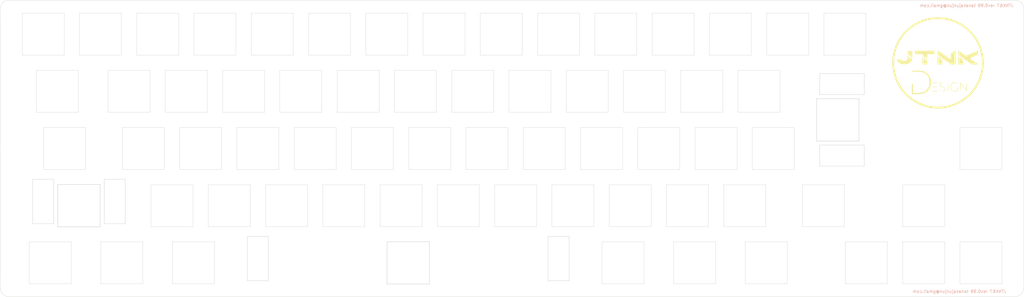
<source format=kicad_pcb>
(kicad_pcb (version 20171130) (host pcbnew "(5.1.12)-1")

  (general
    (thickness 1.6)
    (drawings 266)
    (tracks 0)
    (zones 0)
    (modules 14)
    (nets 1)
  )

  (page A3)
  (layers
    (0 F.Cu signal hide)
    (31 B.Cu signal hide)
    (32 B.Adhes user hide)
    (33 F.Adhes user hide)
    (34 B.Paste user hide)
    (35 F.Paste user hide)
    (36 B.SilkS user hide)
    (37 F.SilkS user hide)
    (38 B.Mask user hide)
    (39 F.Mask user hide)
    (40 Dwgs.User user hide)
    (41 Cmts.User user hide)
    (42 Eco1.User user hide)
    (43 Eco2.User user hide)
    (44 Edge.Cuts user)
    (45 Margin user hide)
    (46 B.CrtYd user hide)
    (47 F.CrtYd user hide)
    (48 B.Fab user hide)
    (49 F.Fab user hide)
  )

  (setup
    (last_trace_width 0.25)
    (user_trace_width 0.5)
    (user_trace_width 0.5)
    (trace_clearance 0.2)
    (zone_clearance 0.508)
    (zone_45_only no)
    (trace_min 0.2)
    (via_size 0.8)
    (via_drill 0.4)
    (via_min_size 0.4)
    (via_min_drill 0.3)
    (uvia_size 0.3)
    (uvia_drill 0.1)
    (uvias_allowed no)
    (uvia_min_size 0.2)
    (uvia_min_drill 0.1)
    (edge_width 0.1)
    (segment_width 0.2)
    (pcb_text_width 0.3)
    (pcb_text_size 1.5 1.5)
    (mod_edge_width 0.15)
    (mod_text_size 1 1)
    (mod_text_width 0.15)
    (pad_size 2.2 2.2)
    (pad_drill 2.2)
    (pad_to_mask_clearance 0)
    (aux_axis_origin 0 0)
    (visible_elements 7FFFFFFF)
    (pcbplotparams
      (layerselection 0x00020_7ffffffe)
      (usegerberextensions true)
      (usegerberattributes false)
      (usegerberadvancedattributes false)
      (creategerberjobfile false)
      (excludeedgelayer true)
      (linewidth 0.100000)
      (plotframeref false)
      (viasonmask false)
      (mode 1)
      (useauxorigin false)
      (hpglpennumber 1)
      (hpglpenspeed 20)
      (hpglpendiameter 15.000000)
      (psnegative false)
      (psa4output false)
      (plotreference true)
      (plotvalue true)
      (plotinvisibletext false)
      (padsonsilk false)
      (subtractmaskfromsilk false)
      (outputformat 3)
      (mirror false)
      (drillshape 0)
      (scaleselection 1)
      (outputdirectory "../cutData/"))
  )

  (net 0 "")

  (net_class Default "これはデフォルトのネット クラスです。"
    (clearance 0.2)
    (trace_width 0.25)
    (via_dia 0.8)
    (via_drill 0.4)
    (uvia_dia 0.3)
    (uvia_drill 0.1)
  )

  (module 02_Assemble:logo2 (layer F.Cu) (tedit 0) (tstamp 63B830A7)
    (at 326.23125 38.1)
    (fp_text reference G*** (at 0 0) (layer F.SilkS) hide
      (effects (font (size 1.524 1.524) (thickness 0.3)))
    )
    (fp_text value LOGO (at 0.75 0) (layer F.SilkS) hide
      (effects (font (size 1.524 1.524) (thickness 0.3)))
    )
    (fp_poly (pts (xy 0.65935 -15.110893) (xy 1.183581 -15.103027) (xy 1.606875 -15.08708) (xy 1.963409 -15.060734)
      (xy 2.287364 -15.02167) (xy 2.61292 -14.967566) (xy 2.864594 -14.918586) (xy 4.451143 -14.511293)
      (xy 5.984482 -13.94365) (xy 7.460513 -13.21736) (xy 8.551333 -12.553789) (xy 9.140037 -12.12503)
      (xy 9.784862 -11.58822) (xy 10.450552 -10.977875) (xy 11.101856 -10.328508) (xy 11.703517 -9.674634)
      (xy 12.220283 -9.050766) (xy 12.458734 -8.728391) (xy 13.304852 -7.38016) (xy 13.996202 -5.976995)
      (xy 14.53381 -4.530311) (xy 14.918704 -3.051523) (xy 15.151909 -1.552044) (xy 15.234452 -0.04329)
      (xy 15.167358 1.463325) (xy 14.951654 2.956385) (xy 14.588367 4.424478) (xy 14.078522 5.856187)
      (xy 13.423145 7.240098) (xy 12.623263 8.564797) (xy 11.679903 9.818868) (xy 10.694794 10.891877)
      (xy 9.514012 11.945621) (xy 8.236449 12.862806) (xy 6.870399 13.63966) (xy 5.424158 14.27241)
      (xy 3.906023 14.757285) (xy 2.324289 15.090512) (xy 1.143 15.235087) (xy 0.662763 15.274929)
      (xy 0.288544 15.299082) (xy -0.032868 15.307383) (xy -0.354685 15.29967) (xy -0.730117 15.27578)
      (xy -1.212377 15.23555) (xy -1.302711 15.227612) (xy -2.877189 15.006027) (xy -4.403731 14.627221)
      (xy -5.872013 14.098362) (xy -7.271713 13.426617) (xy -8.592509 12.619155) (xy -9.824078 11.683144)
      (xy -10.956097 10.62575) (xy -11.978245 9.454144) (xy -12.880199 8.175491) (xy -13.651636 6.796961)
      (xy -13.756543 6.579712) (xy -14.365427 5.099757) (xy -14.812723 3.58479) (xy -15.09943 2.046575)
      (xy -15.226545 0.496876) (xy -15.203663 -0.629353) (xy -14.597285 -0.629353) (xy -14.589142 0.856414)
      (xy -14.431021 2.329529) (xy -14.12547 3.778084) (xy -13.675036 5.190172) (xy -13.082266 6.553884)
      (xy -12.349707 7.857313) (xy -11.479906 9.088551) (xy -10.47541 10.23569) (xy -9.338766 11.286823)
      (xy -9.271 11.342818) (xy -8.069386 12.224293) (xy -6.757054 12.990992) (xy -5.357713 13.631109)
      (xy -3.895071 14.132843) (xy -3.396498 14.267562) (xy -2.533352 14.44143) (xy -1.561857 14.562383)
      (xy -0.535313 14.627929) (xy 0.492977 14.635574) (xy 1.469711 14.582825) (xy 2.012834 14.520582)
      (xy 3.260492 14.293708) (xy 4.434714 13.971461) (xy 5.599469 13.534571) (xy 6.241045 13.247017)
      (xy 7.604309 12.514798) (xy 8.85854 11.661149) (xy 9.999942 10.697013) (xy 11.024719 9.63333)
      (xy 11.929073 8.481042) (xy 12.70921 7.251092) (xy 13.361331 5.95442) (xy 13.881641 4.601969)
      (xy 14.266342 3.204679) (xy 14.51164 1.773493) (xy 14.613737 0.319353) (xy 14.568836 -1.146801)
      (xy 14.373142 -2.614026) (xy 14.022857 -4.07138) (xy 13.514186 -5.507923) (xy 13.079143 -6.460784)
      (xy 12.406553 -7.676516) (xy 11.657968 -8.772232) (xy 10.801076 -9.791516) (xy 10.043952 -10.554711)
      (xy 8.862019 -11.562252) (xy 7.614324 -12.4206) (xy 6.311567 -13.131648) (xy 4.964447 -13.697292)
      (xy 3.583665 -14.119425) (xy 2.179919 -14.399942) (xy 0.763908 -14.540738) (xy -0.653667 -14.543706)
      (xy -2.062108 -14.410741) (xy -3.450714 -14.143737) (xy -4.808787 -13.744589) (xy -6.125627 -13.21519)
      (xy -7.390535 -12.557436) (xy -8.59281 -11.77322) (xy -9.721754 -10.864437) (xy -10.766668 -9.832981)
      (xy -11.716851 -8.680747) (xy -12.561604 -7.409629) (xy -13.079144 -6.460784) (xy -13.696381 -5.043488)
      (xy -14.153452 -3.591212) (xy -14.452904 -2.115864) (xy -14.597285 -0.629353) (xy -15.203663 -0.629353)
      (xy -15.195064 -1.052546) (xy -15.005986 -2.589926) (xy -14.660307 -4.103501) (xy -14.159025 -5.581509)
      (xy -13.503137 -7.012186) (xy -12.69364 -8.383769) (xy -12.458735 -8.728391) (xy -12.004686 -9.320501)
      (xy -11.446063 -9.961882) (xy -10.818122 -10.618021) (xy -10.156114 -11.254403) (xy -9.495296 -11.836513)
      (xy -8.87092 -12.329838) (xy -8.551334 -12.553789) (xy -7.122039 -13.400618) (xy -5.632293 -14.090106)
      (xy -4.086194 -14.620551) (xy -2.864595 -14.918586) (xy -2.517059 -14.984814) (xy -2.195467 -15.034352)
      (xy -1.865638 -15.069519) (xy -1.493392 -15.092634) (xy -1.044551 -15.106017) (xy -0.484934 -15.111988)
      (xy 0 -15.113) (xy 0.65935 -15.110893)) (layer F.SilkS) (width 0.01))
    (fp_poly (pts (xy -6.461695 2.631758) (xy -5.889142 2.656442) (xy -5.423463 2.703826) (xy -5.033659 2.779024)
      (xy -4.688732 2.887144) (xy -4.357681 3.033299) (xy -4.202302 3.114286) (xy -3.600853 3.532197)
      (xy -3.106873 4.063634) (xy -2.726358 4.686559) (xy -2.465304 5.378937) (xy -2.329709 6.118729)
      (xy -2.325569 6.8839) (xy -2.458882 7.652411) (xy -2.735643 8.402227) (xy -2.753369 8.438863)
      (xy -3.158361 9.08208) (xy -3.684823 9.608306) (xy -4.329677 10.015276) (xy -5.089847 10.300727)
      (xy -5.377811 10.370499) (xy -5.633421 10.408893) (xy -5.991735 10.441666) (xy -6.420206 10.468107)
      (xy -6.886291 10.487505) (xy -7.357443 10.49915) (xy -7.801119 10.502332) (xy -8.184772 10.496342)
      (xy -8.475858 10.480467) (xy -8.641832 10.453999) (xy -8.664223 10.442222) (xy -8.681507 10.343926)
      (xy -8.696652 10.102906) (xy -8.708793 9.745766) (xy -8.717063 9.299112) (xy -8.720599 8.789548)
      (xy -8.720667 8.706555) (xy -8.720667 7.027333) (xy -8.297334 7.027333) (xy -8.297334 10.075333)
      (xy -7.087456 10.075333) (xy -6.263309 10.051167) (xy -5.575739 9.972706) (xy -4.998174 9.831005)
      (xy -4.504044 9.617119) (xy -4.066776 9.322103) (xy -3.659801 8.937012) (xy -3.639079 8.914477)
      (xy -3.251081 8.391386) (xy -2.98979 7.799081) (xy -2.844195 7.109423) (xy -2.816672 6.812266)
      (xy -2.833919 5.981634) (xy -2.995296 5.235619) (xy -3.295216 4.581521) (xy -3.728091 4.026637)
      (xy -4.288334 3.578267) (xy -4.970358 3.243708) (xy -5.702542 3.042334) (xy -5.936684 3.014194)
      (xy -6.297497 2.990476) (xy -6.742335 2.973142) (xy -7.228555 2.964153) (xy -7.41989 2.963333)
      (xy -7.914757 2.96227) (xy -8.265154 2.956923) (xy -8.49594 2.944057) (xy -8.631974 2.920434)
      (xy -8.698118 2.88282) (xy -8.719229 2.827977) (xy -8.720667 2.794) (xy -8.713537 2.734214)
      (xy -8.676942 2.69045) (xy -8.588073 2.660214) (xy -8.424122 2.641013) (xy -8.162282 2.630352)
      (xy -7.779744 2.625737) (xy -7.253701 2.624674) (xy -7.172122 2.624667) (xy -6.461695 2.631758)) (layer F.SilkS) (width 0.01))
    (fp_poly (pts (xy -0.625096 9.405057) (xy -0.306269 9.425044) (xy -0.122301 9.456182) (xy -0.084667 9.482667)
      (xy -0.165827 9.520339) (xy -0.395676 9.548063) (xy -0.753767 9.564061) (xy -1.058334 9.567333)
      (xy -1.491572 9.560276) (xy -1.810399 9.540289) (xy -1.994366 9.509151) (xy -2.032 9.482667)
      (xy -1.95084 9.444994) (xy -1.720991 9.41727) (xy -1.362901 9.401272) (xy -1.058334 9.398)
      (xy -0.625096 9.405057)) (layer F.SilkS) (width 0.01))
    (fp_poly (pts (xy 1.575201 6.560652) (xy 1.596374 6.56852) (xy 1.633337 6.616843) (xy 1.513338 6.666649)
      (xy 1.366804 6.6983) (xy 1.02429 6.793744) (xy 0.806305 6.942538) (xy 0.669673 7.174581)
      (xy 0.666263 7.183449) (xy 0.643142 7.441172) (xy 0.783535 7.659056) (xy 1.086001 7.835516)
      (xy 1.333996 7.917948) (xy 1.878001 8.092433) (xy 2.262632 8.278165) (xy 2.497817 8.483177)
      (xy 2.593487 8.715502) (xy 2.576955 8.923617) (xy 2.430985 9.197167) (xy 2.174628 9.4212)
      (xy 1.866754 9.551281) (xy 1.724173 9.567333) (xy 1.535013 9.546888) (xy 1.477022 9.493016)
      (xy 1.481666 9.482667) (xy 1.600795 9.41215) (xy 1.702534 9.398) (xy 1.974761 9.338583)
      (xy 2.223555 9.188599) (xy 2.384774 8.99045) (xy 2.405128 8.933552) (xy 2.426584 8.724197)
      (xy 2.362189 8.551817) (xy 2.193723 8.402988) (xy 1.902967 8.264289) (xy 1.4717 8.122295)
      (xy 1.201647 8.046933) (xy 0.934754 7.948153) (xy 0.716025 7.821864) (xy 0.67248 7.784481)
      (xy 0.542319 7.547644) (xy 0.514968 7.24689) (xy 0.593187 6.954918) (xy 0.638099 6.879267)
      (xy 0.812106 6.734008) (xy 1.073979 6.617022) (xy 1.352188 6.551504) (xy 1.575201 6.560652)) (layer F.SilkS) (width 0.01))
    (fp_poly (pts (xy 3.338677 7.532178) (xy 3.365953 7.764467) (xy 3.382357 8.129162) (xy 3.386666 8.509)
      (xy 3.384551 8.909932) (xy 3.378775 9.241175) (xy 3.370194 9.470669) (xy 3.359662 9.566353)
      (xy 3.358444 9.567333) (xy 3.282185 9.519003) (xy 3.273777 9.510889) (xy 3.245366 9.403386)
      (xy 3.226751 9.174242) (xy 3.217391 8.863024) (xy 3.216745 8.509304) (xy 3.224269 8.152652)
      (xy 3.239423 7.832638) (xy 3.261663 7.588831) (xy 3.290448 7.460801) (xy 3.302 7.450667)
      (xy 3.338677 7.532178)) (layer F.SilkS) (width 0.01))
    (fp_poly (pts (xy 6.012799 6.612826) (xy 6.336701 6.720414) (xy 6.531512 6.838846) (xy 6.574109 6.900412)
      (xy 6.473441 6.900208) (xy 6.238459 6.833329) (xy 6.172707 6.81029) (xy 5.693617 6.711431)
      (xy 5.237593 6.753049) (xy 4.836296 6.92439) (xy 4.521392 7.214702) (xy 4.400868 7.412048)
      (xy 4.255708 7.879393) (xy 4.260956 8.339489) (xy 4.409109 8.760554) (xy 4.692666 9.110805)
      (xy 4.826 9.213137) (xy 5.01944 9.324282) (xy 5.216174 9.37911) (xy 5.480272 9.390239)
      (xy 5.683448 9.381977) (xy 6.067651 9.346076) (xy 6.313113 9.269945) (xy 6.450028 9.124913)
      (xy 6.508593 8.882309) (xy 6.519333 8.588296) (xy 6.531793 8.302105) (xy 6.564262 8.08855)
      (xy 6.604 8.001) (xy 6.650313 8.049426) (xy 6.679201 8.2527) (xy 6.688666 8.578932)
      (xy 6.684338 8.905912) (xy 6.662374 9.108995) (xy 6.6093 9.23357) (xy 6.511646 9.325023)
      (xy 6.455833 9.363325) (xy 6.208759 9.466947) (xy 5.862065 9.535501) (xy 5.715 9.548992)
      (xy 5.36988 9.552661) (xy 5.103419 9.501315) (xy 4.830465 9.378965) (xy 4.463176 9.096169)
      (xy 4.21616 8.72757) (xy 4.089154 8.306298) (xy 4.081895 7.865484) (xy 4.194123 7.438258)
      (xy 4.425574 7.057751) (xy 4.775986 6.757094) (xy 4.851543 6.714082) (xy 5.18822 6.606202)
      (xy 5.600712 6.572558) (xy 6.012799 6.612826)) (layer F.SilkS) (width 0.01))
    (fp_poly (pts (xy 9.593429 6.680214) (xy 9.619663 6.913488) (xy 9.639654 7.293363) (xy 9.650684 7.816101)
      (xy 9.652 8.1026) (xy 9.648219 8.578183) (xy 9.637718 8.982556) (xy 9.62176 9.290673)
      (xy 9.601608 9.477489) (xy 9.580509 9.520766) (xy 9.499178 9.421466) (xy 9.341654 9.22337)
      (xy 9.135625 8.961409) (xy 9.030176 8.8265) (xy 8.735299 8.449797) (xy 8.401676 8.025558)
      (xy 8.096085 7.638678) (xy 8.0645 7.598833) (xy 7.577666 6.985) (xy 7.535333 8.283521)
      (xy 7.516966 8.724551) (xy 7.493942 9.09307) (xy 7.468583 9.362011) (xy 7.443208 9.504305)
      (xy 7.4295 9.518243) (xy 7.407051 9.416592) (xy 7.38961 9.183982) (xy 7.377171 8.853708)
      (xy 7.369728 8.459066) (xy 7.367275 8.033351) (xy 7.369804 7.609858) (xy 7.377311 7.221884)
      (xy 7.389788 6.902723) (xy 7.407229 6.685671) (xy 7.429629 6.604024) (xy 7.430048 6.604)
      (xy 7.500083 6.667498) (xy 7.656284 6.844099) (xy 7.881216 7.112964) (xy 8.157444 7.453252)
      (xy 8.467215 7.843717) (xy 9.440333 9.083434) (xy 9.463763 7.843717) (xy 9.480434 7.287904)
      (xy 9.504455 6.897386) (xy 9.533107 6.668424) (xy 9.563671 6.59728) (xy 9.593429 6.680214)) (layer F.SilkS) (width 0.01))
    (fp_poly (pts (xy 0.575929 8.958191) (xy 0.715261 9.109116) (xy 0.747272 9.148684) (xy 0.855909 9.323199)
      (xy 0.844246 9.393944) (xy 0.733694 9.349841) (xy 0.592666 9.228667) (xy 0.462869 9.063821)
      (xy 0.423834 8.938641) (xy 0.486833 8.894684) (xy 0.575929 8.958191)) (layer F.SilkS) (width 0.01))
    (fp_poly (pts (xy -0.736077 7.966356) (xy -0.440046 7.987967) (xy -0.277855 8.021315) (xy -0.254 8.043333)
      (xy -0.334739 8.082088) (xy -0.561656 8.110281) (xy -0.911805 8.125728) (xy -1.143 8.128)
      (xy -1.549924 8.12031) (xy -1.845955 8.098699) (xy -2.008146 8.065352) (xy -2.032 8.043333)
      (xy -1.951262 8.004579) (xy -1.724345 7.976385) (xy -1.374196 7.960938) (xy -1.143 7.958667)
      (xy -0.736077 7.966356)) (layer F.SilkS) (width 0.01))
    (fp_poly (pts (xy 3.365645 6.676456) (xy 3.386666 6.815667) (xy 3.357684 6.974781) (xy 3.302 7.027333)
      (xy 3.238354 6.954877) (xy 3.217333 6.815667) (xy 3.246315 6.656552) (xy 3.302 6.604)
      (xy 3.365645 6.676456)) (layer F.SilkS) (width 0.01))
    (fp_poly (pts (xy -0.597694 6.610882) (xy -0.290438 6.631046) (xy -0.139508 6.663764) (xy -0.127 6.688667)
      (xy -0.229956 6.724362) (xy -0.468769 6.752202) (xy -0.810036 6.769298) (xy -1.105664 6.773333)
      (xy -1.524333 6.765936) (xy -1.830503 6.745071) (xy -2.002388 6.71273) (xy -2.032 6.688667)
      (xy -1.950818 6.651055) (xy -1.720812 6.623358) (xy -1.362298 6.607333) (xy -1.053337 6.604)
      (xy -0.597694 6.610882)) (layer F.SilkS) (width 0.01))
    (fp_poly (pts (xy -9.546167 -1.861736) (xy -9.249455 -1.650879) (xy -8.990075 -1.466195) (xy -8.810679 -1.338065)
      (xy -8.773651 -1.311462) (xy -8.655642 -1.132502) (xy -8.663646 -0.880902) (xy -8.788872 -0.586498)
      (xy -9.022531 -0.279129) (xy -9.101211 -0.199568) (xy -9.582651 0.151719) (xy -10.166872 0.397141)
      (xy -10.817387 0.527161) (xy -11.497711 0.532238) (xy -11.767656 0.497549) (xy -12.425364 0.312999)
      (xy -12.979155 0.001928) (xy -13.203977 -0.190049) (xy -13.394381 -0.412694) (xy -13.565878 -0.674796)
      (xy -13.683709 -0.917593) (xy -13.716 -1.055614) (xy -13.637601 -1.07535) (xy -13.427441 -1.090692)
      (xy -13.123079 -1.099446) (xy -12.945019 -1.100667) (xy -12.575696 -1.097373) (xy -12.335704 -1.081524)
      (xy -12.185081 -1.044168) (xy -12.083861 -0.976353) (xy -12.009146 -0.891041) (xy -11.739098 -0.674516)
      (xy -11.38646 -0.566009) (xy -10.99985 -0.566499) (xy -10.627888 -0.676961) (xy -10.359707 -0.857903)
      (xy -10.254388 -0.977751) (xy -10.193924 -1.122118) (xy -10.166426 -1.33945) (xy -10.16 -1.671529)
      (xy -10.16 -2.297541) (xy -9.546167 -1.861736)) (layer F.SilkS) (width 0.01))
    (fp_poly (pts (xy -4.923042 -1.638148) (xy -4.734844 -1.513949) (xy -4.461906 -1.331071) (xy -4.159266 -1.126417)
      (xy -4.121391 -1.100667) (xy -3.561364 -0.719667) (xy -3.556 0.592667) (xy -5.164667 0.592667)
      (xy -5.164667 -1.794629) (xy -4.923042 -1.638148)) (layer F.SilkS) (width 0.01))
    (fp_poly (pts (xy 0.072291 -1.892148) (xy 0.260489 -1.767949) (xy 0.533427 -1.585071) (xy 0.836067 -1.380417)
      (xy 0.873943 -1.354667) (xy 1.43397 -0.973667) (xy 1.436651 -0.1905) (xy 1.439333 0.592667)
      (xy -0.169334 0.592667) (xy -0.169334 -2.048629) (xy 0.072291 -1.892148)) (layer F.SilkS) (width 0.01))
    (fp_poly (pts (xy 5.822253 -1.873047) (xy 5.826784 -1.26859) (xy 5.827994 -0.717415) (xy 5.826066 -0.242913)
      (xy 5.821183 0.131521) (xy 5.81353 0.382495) (xy 5.803744 0.485571) (xy 5.710143 0.545409)
      (xy 5.476301 0.580449) (xy 5.08876 0.592621) (xy 5.057358 0.592667) (xy 4.352069 0.592667)
      (xy 2.091368 -0.994171) (xy -0.169334 -2.581008) (xy -0.169334 -3.280171) (xy -0.165222 -3.6264)
      (xy -0.148169 -3.836192) (xy -0.111099 -3.942341) (xy -0.046937 -3.977642) (xy -0.018488 -3.979333)
      (xy 0.087887 -3.932214) (xy 0.312859 -3.799194) (xy 0.637224 -3.592782) (xy 1.041778 -3.325486)
      (xy 1.507314 -3.009813) (xy 2.014629 -2.658272) (xy 2.077012 -2.614545) (xy 2.586176 -2.258344)
      (xy 3.053081 -1.933876) (xy 3.458969 -1.654004) (xy 3.785083 -1.43159) (xy 4.012663 -1.279497)
      (xy 4.122952 -1.210588) (xy 4.1275 -1.208487) (xy 4.176125 -1.230532) (xy 4.208294 -1.355455)
      (xy 4.226481 -1.603962) (xy 4.23316 -1.996758) (xy 4.233333 -2.094032) (xy 4.233333 -3.020848)
      (xy 5.0165 -3.572709) (xy 5.799666 -4.124569) (xy 5.822253 -1.873047)) (layer F.SilkS) (width 0.01))
    (fp_poly (pts (xy 7.1755 -1.757318) (xy 7.493126 -1.530227) (xy 7.837353 -1.285913) (xy 7.979833 -1.185421)
      (xy 8.382 -0.902628) (xy 8.382 0.592667) (xy 6.773333 0.592667) (xy 6.773333 -2.046422)
      (xy 7.1755 -1.757318)) (layer F.SilkS) (width 0.01))
    (fp_poly (pts (xy 13.275671 -3.986084) (xy 13.286896 -3.779322) (xy 13.292409 -3.484188) (xy 13.292666 -3.400114)
      (xy 13.292666 -2.736227) (xy 12.002094 -2.131896) (xy 11.574118 -1.928296) (xy 11.203859 -1.746073)
      (xy 10.916971 -1.598345) (xy 10.739108 -1.498233) (xy 10.69269 -1.462283) (xy 10.753198 -1.396315)
      (xy 10.9329 -1.251097) (xy 11.2108 -1.042359) (xy 11.565905 -0.785829) (xy 11.97722 -0.497239)
      (xy 12.022887 -0.465667) (xy 12.440404 -0.174387) (xy 12.805666 0.08624) (xy 13.097267 0.300461)
      (xy 13.293797 0.452519) (xy 13.37385 0.526658) (xy 13.374624 0.529167) (xy 13.296318 0.552718)
      (xy 13.080334 0.571711) (xy 12.758305 0.58439) (xy 12.361863 0.589003) (xy 12.297833 0.58889)
      (xy 11.218333 0.585114) (xy 9.017 -0.963689) (xy 6.815666 -2.512493) (xy 6.791203 -3.245913)
      (xy 6.787365 -3.574325) (xy 6.797962 -3.826715) (xy 6.820775 -3.96466) (xy 6.833537 -3.979227)
      (xy 6.922312 -3.934366) (xy 7.127679 -3.809897) (xy 7.425835 -3.620885) (xy 7.792975 -3.382395)
      (xy 8.157921 -3.141091) (xy 9.415508 -2.303062) (xy 9.851254 -2.497236) (xy 10.068511 -2.59568)
      (xy 10.405479 -2.75037) (xy 10.828505 -2.945763) (xy 11.303934 -3.166318) (xy 11.757849 -3.377705)
      (xy 12.216394 -3.590919) (xy 12.619938 -3.777147) (xy 12.944368 -3.925376) (xy 13.165569 -4.024593)
      (xy 13.259426 -4.063787) (xy 13.260682 -4.064) (xy 13.275671 -3.986084)) (layer F.SilkS) (width 0.01))
    (fp_poly (pts (xy -1.100667 -2.878667) (xy -3.550077 -2.878667) (xy -3.574205 -2.050025) (xy -3.598334 -1.221383)
      (xy -4.3815 -1.770083) (xy -4.723577 -2.01364) (xy -4.948784 -2.188841) (xy -5.081206 -2.321169)
      (xy -5.144927 -2.436106) (xy -5.164033 -2.559135) (xy -5.164667 -2.598725) (xy -5.164667 -2.878667)
      (xy -7.62 -2.878667) (xy -7.62 -3.979333) (xy -1.100667 -3.979333) (xy -1.100667 -2.878667)) (layer F.SilkS) (width 0.01))
    (fp_poly (pts (xy -8.551334 -2.794) (xy -8.55286 -2.384993) (xy -8.557036 -2.045491) (xy -8.563258 -1.806778)
      (xy -8.570923 -1.700139) (xy -8.5725 -1.697391) (xy -8.645778 -1.744795) (xy -8.828733 -1.870435)
      (xy -9.092905 -2.054609) (xy -9.376834 -2.254304) (xy -10.16 -2.807159) (xy -10.16 -3.894667)
      (xy -8.551334 -3.894667) (xy -8.551334 -2.794)) (layer F.SilkS) (width 0.01))
  )

  (module kbd_Hole:m2_Screw_Hole_EdgeCuts (layer F.Cu) (tedit 5DA73E67) (tstamp 60A2FD82)
    (at 352.425 66.65)
    (descr "Mounting Hole 2.2mm, no annular, M2")
    (tags "mounting hole 2.2mm no annular m2")
    (path /5CC48CEB)
    (attr virtual)
    (fp_text reference J6 (at 0 -3.2) (layer F.Fab) hide
      (effects (font (size 1 1) (thickness 0.15)))
    )
    (fp_text value Conn_01x01 (at 0 3.2) (layer F.Fab) hide
      (effects (font (size 1 1) (thickness 0.15)))
    )
    (fp_circle (center 0 0) (end 1.1 0) (layer Edge.Cuts) (width 0.01))
    (fp_text user %R (at 0.3 0) (layer F.Fab) hide
      (effects (font (size 1 1) (thickness 0.15)))
    )
  )

  (module kbd_Hole:m2_Screw_Hole_EdgeCuts (layer F.Cu) (tedit 5DA73E67) (tstamp 60A2FD7C)
    (at 352.425 21.4312)
    (descr "Mounting Hole 2.2mm, no annular, M2")
    (tags "mounting hole 2.2mm no annular m2")
    (path /6291030E)
    (attr virtual)
    (fp_text reference J5 (at 0 -3.2) (layer F.Fab) hide
      (effects (font (size 1 1) (thickness 0.15)))
    )
    (fp_text value Conn_01x01 (at 0 3.2) (layer F.Fab) hide
      (effects (font (size 1 1) (thickness 0.15)))
    )
    (fp_circle (center 0 0) (end 1.1 0) (layer Edge.Cuts) (width 0.01))
    (fp_text user %R (at 0.3 0) (layer F.Fab) hide
      (effects (font (size 1 1) (thickness 0.15)))
    )
  )

  (module kbd_Hole:m2_Screw_Hole_EdgeCuts (layer F.Cu) (tedit 5DA73E67) (tstamp 60A2FD88)
    (at 352.425 111.919)
    (descr "Mounting Hole 2.2mm, no annular, M2")
    (tags "mounting hole 2.2mm no annular m2")
    (path /5CC9EE92)
    (attr virtual)
    (fp_text reference J7 (at 0 -3.2) (layer F.Fab) hide
      (effects (font (size 1 1) (thickness 0.15)))
    )
    (fp_text value Conn_01x01 (at 0 3.2) (layer F.Fab) hide
      (effects (font (size 1 1) (thickness 0.15)))
    )
    (fp_circle (center 0 0) (end 1.1 0) (layer Edge.Cuts) (width 0.01))
    (fp_text user %R (at 0.3 0) (layer F.Fab) hide
      (effects (font (size 1 1) (thickness 0.15)))
    )
  )

  (module kbd_SW_Hole:SW_Hole_2.25u (layer F.Cu) (tedit 60F58B15) (tstamp 63A41B45)
    (at 292.89375 57.15 90)
    (fp_text reference SW2 (at 7 8.1 90) (layer Edge.Cuts) hide
      (effects (font (size 1 1) (thickness 0.15)))
    )
    (fp_text value KEY_SWITCH (at -7.4 -8.1 90) (layer F.Fab) hide
      (effects (font (size 1 1) (thickness 0.15)))
    )
    (fp_line (start 21.43125 9.525) (end 21.43125 -9.525) (layer F.Fab) (width 0.15))
    (fp_line (start -21.43125 9.525) (end 21.43125 9.525) (layer F.Fab) (width 0.15))
    (fp_line (start -21.43125 -9.525) (end -21.43125 9.525) (layer F.Fab) (width 0.15))
    (fp_line (start 21.43125 -9.525) (end -21.43125 -9.525) (layer F.Fab) (width 0.15))
    (fp_line (start -7.05 7.05) (end -7.05 -7.05) (layer Edge.Cuts) (width 0.15))
    (fp_line (start 7.05 7.05) (end -7.05 7.05) (layer Edge.Cuts) (width 0.15))
    (fp_line (start 7.05 -7.05) (end 7.05 7.05) (layer Edge.Cuts) (width 0.15))
    (fp_line (start -7.05 -7.05) (end 7.05 -7.05) (layer Edge.Cuts) (width 0.15))
    (fp_line (start 8.4 -6) (end 8.4 8.8) (layer Edge.Cuts) (width 0.12))
    (fp_line (start 8.4 8.8) (end 15.4 8.8) (layer Edge.Cuts) (width 0.12))
    (fp_line (start 15.4 8.8) (end 15.4 -6) (layer Edge.Cuts) (width 0.12))
    (fp_line (start 15.4 -6) (end 8.4 -6) (layer Edge.Cuts) (width 0.12))
    (fp_line (start -8.4 -6) (end -8.4 8.8) (layer Edge.Cuts) (width 0.12))
    (fp_line (start -8.4 8.8) (end -15.4 8.8) (layer Edge.Cuts) (width 0.12))
    (fp_line (start -15.4 8.8) (end -15.4 -6) (layer Edge.Cuts) (width 0.12))
    (fp_line (start -15.4 -6) (end -8.4 -6) (layer Edge.Cuts) (width 0.12))
  )

  (module kbd_Hole:m2_Screw_Hole_EdgeCuts (layer F.Cu) (tedit 5DA73E67) (tstamp 639D7F91)
    (at 111.919 111.919)
    (descr "Mounting Hole 2.2mm, no annular, M2")
    (tags "mounting hole 2.2mm no annular m2")
    (path /6291030E)
    (attr virtual)
    (fp_text reference J10 (at 0 -3.2) (layer F.Fab) hide
      (effects (font (size 1 1) (thickness 0.15)))
    )
    (fp_text value Conn_01x01 (at 0 3.2) (layer F.Fab) hide
      (effects (font (size 1 1) (thickness 0.15)))
    )
    (fp_circle (center 0 0) (end 1.1 0) (layer Edge.Cuts) (width 0.01))
    (fp_text user %R (at 0.3 0) (layer F.Fab) hide
      (effects (font (size 1 1) (thickness 0.15)))
    )
  )

  (module kbd_SW_Hole:SW_Hole_6.25u (layer F.Cu) (tedit 60F58B3F) (tstamp 63A41F93)
    (at 150.01875 104.775 180)
    (fp_text reference SW2 (at 7 8.1) (layer Edge.Cuts) hide
      (effects (font (size 1 1) (thickness 0.15)))
    )
    (fp_text value KEY_SWITCH (at -7.4 -8.1) (layer F.Fab) hide
      (effects (font (size 1 1) (thickness 0.15)))
    )
    (fp_line (start -53.51 -6) (end -46.51 -6) (layer Edge.Cuts) (width 0.12))
    (fp_line (start -53.51 8.8) (end -53.51 -6) (layer Edge.Cuts) (width 0.12))
    (fp_line (start -46.51 8.8) (end -53.51 8.8) (layer Edge.Cuts) (width 0.12))
    (fp_line (start -46.51 -6) (end -46.51 8.8) (layer Edge.Cuts) (width 0.12))
    (fp_line (start 53.51 -6) (end 46.51 -6) (layer Edge.Cuts) (width 0.12))
    (fp_line (start 53.51 8.8) (end 53.51 -6) (layer Edge.Cuts) (width 0.12))
    (fp_line (start 46.51 8.8) (end 53.51 8.8) (layer Edge.Cuts) (width 0.12))
    (fp_line (start 46.51 -6) (end 46.51 8.8) (layer Edge.Cuts) (width 0.12))
    (fp_line (start -7.05 -7.05) (end 7.05 -7.05) (layer Edge.Cuts) (width 0.15))
    (fp_line (start 7.05 -7.05) (end 7.05 7.05) (layer Edge.Cuts) (width 0.15))
    (fp_line (start 7.05 7.05) (end -7.05 7.05) (layer Edge.Cuts) (width 0.15))
    (fp_line (start -7.05 7.05) (end -7.05 -7.05) (layer Edge.Cuts) (width 0.15))
    (fp_line (start 59.53125 -9.525) (end -59.53125 -9.525) (layer F.Fab) (width 0.15))
    (fp_line (start -59.53125 -9.525) (end -59.53125 9.525) (layer F.Fab) (width 0.15))
    (fp_line (start -59.53125 9.525) (end 59.53125 9.525) (layer F.Fab) (width 0.15))
    (fp_line (start 59.53125 9.525) (end 59.53125 -9.525) (layer F.Fab) (width 0.15))
  )

  (module kbd_SW_Hole:SW_Hole_2.25u (layer F.Cu) (tedit 60F58B15) (tstamp 63A41ABC)
    (at 40.4812 85.725 180)
    (fp_text reference SW2 (at 7 8.1) (layer Edge.Cuts) hide
      (effects (font (size 1 1) (thickness 0.15)))
    )
    (fp_text value KEY_SWITCH (at -7.4 -8.1) (layer F.Fab) hide
      (effects (font (size 1 1) (thickness 0.15)))
    )
    (fp_line (start -15.4 -6) (end -8.4 -6) (layer Edge.Cuts) (width 0.12))
    (fp_line (start -15.4 8.8) (end -15.4 -6) (layer Edge.Cuts) (width 0.12))
    (fp_line (start -8.4 8.8) (end -15.4 8.8) (layer Edge.Cuts) (width 0.12))
    (fp_line (start -8.4 -6) (end -8.4 8.8) (layer Edge.Cuts) (width 0.12))
    (fp_line (start 15.4 -6) (end 8.4 -6) (layer Edge.Cuts) (width 0.12))
    (fp_line (start 15.4 8.8) (end 15.4 -6) (layer Edge.Cuts) (width 0.12))
    (fp_line (start 8.4 8.8) (end 15.4 8.8) (layer Edge.Cuts) (width 0.12))
    (fp_line (start 8.4 -6) (end 8.4 8.8) (layer Edge.Cuts) (width 0.12))
    (fp_line (start -7.05 -7.05) (end 7.05 -7.05) (layer Edge.Cuts) (width 0.15))
    (fp_line (start 7.05 -7.05) (end 7.05 7.05) (layer Edge.Cuts) (width 0.15))
    (fp_line (start 7.05 7.05) (end -7.05 7.05) (layer Edge.Cuts) (width 0.15))
    (fp_line (start -7.05 7.05) (end -7.05 -7.05) (layer Edge.Cuts) (width 0.15))
    (fp_line (start 21.43125 -9.525) (end -21.43125 -9.525) (layer F.Fab) (width 0.15))
    (fp_line (start -21.43125 -9.525) (end -21.43125 9.525) (layer F.Fab) (width 0.15))
    (fp_line (start -21.43125 9.525) (end 21.43125 9.525) (layer F.Fab) (width 0.15))
    (fp_line (start 21.43125 9.525) (end 21.43125 -9.525) (layer F.Fab) (width 0.15))
  )

  (module kbd_Hole:m2_Screw_Hole_EdgeCuts (layer F.Cu) (tedit 5DA73E67) (tstamp 639D7FAE)
    (at 111.919 19.05)
    (descr "Mounting Hole 2.2mm, no annular, M2")
    (tags "mounting hole 2.2mm no annular m2")
    (path /6291030E)
    (attr virtual)
    (fp_text reference J11 (at 0 -3.2) (layer F.Fab) hide
      (effects (font (size 1 1) (thickness 0.15)))
    )
    (fp_text value Conn_01x01 (at 0 3.2) (layer F.Fab) hide
      (effects (font (size 1 1) (thickness 0.15)))
    )
    (fp_circle (center 0 0) (end 1.1 0) (layer Edge.Cuts) (width 0.01))
    (fp_text user %R (at 0.3 0) (layer F.Fab) hide
      (effects (font (size 1 1) (thickness 0.15)))
    )
  )

  (module kbd_Hole:m2_Screw_Hole_EdgeCuts (layer F.Cu) (tedit 5DA73E67) (tstamp 639D7F74)
    (at 209.55 111.919)
    (descr "Mounting Hole 2.2mm, no annular, M2")
    (tags "mounting hole 2.2mm no annular m2")
    (path /6291030E)
    (attr virtual)
    (fp_text reference J9 (at 0 -3.2) (layer F.Fab) hide
      (effects (font (size 1 1) (thickness 0.15)))
    )
    (fp_text value Conn_01x01 (at 0 3.2) (layer F.Fab) hide
      (effects (font (size 1 1) (thickness 0.15)))
    )
    (fp_circle (center 0 0) (end 1.1 0) (layer Edge.Cuts) (width 0.01))
    (fp_text user %R (at 0.3 0) (layer F.Fab) hide
      (effects (font (size 1 1) (thickness 0.15)))
    )
  )

  (module kbd_Hole:m2_Screw_Hole_EdgeCuts (layer F.Cu) (tedit 5DA73E67) (tstamp 639D7ECC)
    (at 209.55 19.05)
    (descr "Mounting Hole 2.2mm, no annular, M2")
    (tags "mounting hole 2.2mm no annular m2")
    (path /6291030E)
    (attr virtual)
    (fp_text reference J8 (at 0 -3.2) (layer F.Fab) hide
      (effects (font (size 1 1) (thickness 0.15)))
    )
    (fp_text value Conn_01x01 (at 0 3.2) (layer F.Fab) hide
      (effects (font (size 1 1) (thickness 0.15)))
    )
    (fp_circle (center 0 0) (end 1.1 0) (layer Edge.Cuts) (width 0.01))
    (fp_text user %R (at 0.3 0) (layer F.Fab) hide
      (effects (font (size 1 1) (thickness 0.15)))
    )
  )

  (module kbd_Hole:m2_Screw_Hole_EdgeCuts (layer F.Cu) (tedit 5DA73E67) (tstamp 60A2FD76)
    (at 16.075 111.75)
    (descr "Mounting Hole 2.2mm, no annular, M2")
    (tags "mounting hole 2.2mm no annular m2")
    (path /629102F3)
    (attr virtual)
    (fp_text reference J4 (at 0 -3.2) (layer F.Fab) hide
      (effects (font (size 1 1) (thickness 0.15)))
    )
    (fp_text value Conn_01x01 (at 0 3.2) (layer F.Fab) hide
      (effects (font (size 1 1) (thickness 0.15)))
    )
    (fp_circle (center 0 0) (end 1.1 0) (layer Edge.Cuts) (width 0.01))
    (fp_text user %R (at 0.3 0) (layer F.Fab) hide
      (effects (font (size 1 1) (thickness 0.15)))
    )
  )

  (module kbd_Hole:m2_Screw_Hole_EdgeCuts (layer F.Cu) (tedit 5DA73E67) (tstamp 60A2FD70)
    (at 16.075 66.65)
    (descr "Mounting Hole 2.2mm, no annular, M2")
    (tags "mounting hole 2.2mm no annular m2")
    (path /6454039C)
    (attr virtual)
    (fp_text reference J3 (at 0 -3.2) (layer F.Fab) hide
      (effects (font (size 1 1) (thickness 0.15)))
    )
    (fp_text value Conn_01x01 (at 0 3.2) (layer F.Fab) hide
      (effects (font (size 1 1) (thickness 0.15)))
    )
    (fp_circle (center 0 0) (end 1.1 0) (layer Edge.Cuts) (width 0.01))
    (fp_text user %R (at 0.3 0) (layer F.Fab) hide
      (effects (font (size 1 1) (thickness 0.15)))
    )
  )

  (module kbd_Hole:m2_Screw_Hole_EdgeCuts (layer F.Cu) (tedit 5DA73E67) (tstamp 60A2FD6A)
    (at 16.075 21.55)
    (descr "Mounting Hole 2.2mm, no annular, M2")
    (tags "mounting hole 2.2mm no annular m2")
    (path /64540388)
    (attr virtual)
    (fp_text reference J2 (at 0 -3.2) (layer F.Fab) hide
      (effects (font (size 1 1) (thickness 0.15)))
    )
    (fp_text value Conn_01x01 (at 0 3.2) (layer F.Fab) hide
      (effects (font (size 1 1) (thickness 0.15)))
    )
    (fp_circle (center 0 0) (end 1.1 0) (layer Edge.Cuts) (width 0.01))
    (fp_text user %R (at 0.3 0) (layer F.Fab) hide
      (effects (font (size 1 1) (thickness 0.15)))
    )
  )

  (gr_line (start 254.635 40.64) (end 240.665 40.64) (layer Edge.Cuts) (width 0.1) (tstamp 63A40E8D))
  (gr_line (start 240.665 40.64) (end 240.665 54.61) (layer Edge.Cuts) (width 0.1) (tstamp 63A40E8E))
  (gr_line (start 240.665 54.61) (end 254.635 54.61) (layer Edge.Cuts) (width 0.1) (tstamp 63A40E96))
  (gr_line (start 254.635 54.61) (end 254.635 40.64) (layer Edge.Cuts) (width 0.1) (tstamp 63A40E95))
  (gr_line (start 37.94125 111.76) (end 37.94125 97.79) (layer Edge.Cuts) (width 0.1) (tstamp 63A40FC8))
  (gr_line (start 37.94125 97.79) (end 23.97125 97.79) (layer Edge.Cuts) (width 0.1) (tstamp 63A40FC7))
  (gr_line (start 23.97125 111.76) (end 37.94125 111.76) (layer Edge.Cuts) (width 0.1) (tstamp 63A40FC6))
  (gr_line (start 23.97125 97.79) (end 23.97125 111.76) (layer Edge.Cuts) (width 0.1) (tstamp 63A40FC5))
  (gr_line (start 47.78375 111.76) (end 61.75375 111.76) (layer Edge.Cuts) (width 0.1) (tstamp 63A40FC0))
  (gr_line (start 61.75375 111.76) (end 61.75375 97.79) (layer Edge.Cuts) (width 0.1) (tstamp 63A40FBF))
  (gr_line (start 61.75375 97.79) (end 47.78375 97.79) (layer Edge.Cuts) (width 0.1) (tstamp 63A40FBE))
  (gr_line (start 47.78375 97.79) (end 47.78375 111.76) (layer Edge.Cuts) (width 0.1) (tstamp 63A40FBD))
  (gr_line (start 71.59625 111.76) (end 85.56625 111.76) (layer Edge.Cuts) (width 0.1) (tstamp 63A40FB8))
  (gr_line (start 85.56625 97.79) (end 71.59625 97.79) (layer Edge.Cuts) (width 0.1) (tstamp 63A40FB7))
  (gr_line (start 85.56625 111.76) (end 85.56625 97.79) (layer Edge.Cuts) (width 0.1) (tstamp 63A40FB6))
  (gr_line (start 71.59625 97.79) (end 71.59625 111.76) (layer Edge.Cuts) (width 0.1) (tstamp 63A40FB5))
  (gr_line (start 214.47125 97.79) (end 214.47125 111.76) (layer Edge.Cuts) (width 0.1) (tstamp 63A40FA8))
  (gr_line (start 214.47125 111.76) (end 228.44125 111.76) (layer Edge.Cuts) (width 0.1) (tstamp 63A40FA7))
  (gr_line (start 228.44125 97.79) (end 214.47125 97.79) (layer Edge.Cuts) (width 0.1) (tstamp 63A40FA6))
  (gr_line (start 228.44125 111.76) (end 228.44125 97.79) (layer Edge.Cuts) (width 0.1) (tstamp 63A40FA5))
  (gr_line (start 252.25375 97.79) (end 238.28375 97.79) (layer Edge.Cuts) (width 0.1) (tstamp 63A40FA0))
  (gr_line (start 252.25375 111.76) (end 252.25375 97.79) (layer Edge.Cuts) (width 0.1) (tstamp 63A40F9F))
  (gr_line (start 238.28375 97.79) (end 238.28375 111.76) (layer Edge.Cuts) (width 0.1) (tstamp 63A40F9E))
  (gr_line (start 238.28375 111.76) (end 252.25375 111.76) (layer Edge.Cuts) (width 0.1) (tstamp 63A40F9D))
  (gr_line (start 276.06625 111.76) (end 276.06625 97.79) (layer Edge.Cuts) (width 0.1) (tstamp 63A40F98))
  (gr_line (start 262.09625 111.76) (end 276.06625 111.76) (layer Edge.Cuts) (width 0.1) (tstamp 63A40F97))
  (gr_line (start 262.09625 97.79) (end 262.09625 111.76) (layer Edge.Cuts) (width 0.1) (tstamp 63A40F96))
  (gr_line (start 276.06625 97.79) (end 262.09625 97.79) (layer Edge.Cuts) (width 0.1) (tstamp 63A40F95))
  (gr_line (start 295.43375 111.76) (end 309.40375 111.76) (layer Edge.Cuts) (width 0.1) (tstamp 63A40F90))
  (gr_line (start 295.43375 97.79) (end 295.43375 111.76) (layer Edge.Cuts) (width 0.1) (tstamp 63A40F8F))
  (gr_line (start 309.40375 97.79) (end 295.43375 97.79) (layer Edge.Cuts) (width 0.1) (tstamp 63A40F8E))
  (gr_line (start 309.40375 111.76) (end 309.40375 97.79) (layer Edge.Cuts) (width 0.1) (tstamp 63A40F8D))
  (gr_line (start 328.45375 111.76) (end 328.45375 97.79) (layer Edge.Cuts) (width 0.1) (tstamp 63A40F88))
  (gr_line (start 328.45375 97.79) (end 314.48375 97.79) (layer Edge.Cuts) (width 0.1) (tstamp 63A40F87))
  (gr_line (start 314.48375 111.76) (end 328.45375 111.76) (layer Edge.Cuts) (width 0.1) (tstamp 63A40F86))
  (gr_line (start 314.48375 97.79) (end 314.48375 111.76) (layer Edge.Cuts) (width 0.1) (tstamp 63A40F85))
  (gr_line (start 347.50375 111.76) (end 347.50375 97.79) (layer Edge.Cuts) (width 0.1) (tstamp 63A40F80))
  (gr_line (start 347.50375 97.79) (end 333.53375 97.79) (layer Edge.Cuts) (width 0.1) (tstamp 63A40F7F))
  (gr_line (start 333.53375 111.76) (end 347.50375 111.76) (layer Edge.Cuts) (width 0.1) (tstamp 63A40F7E))
  (gr_line (start 333.53375 97.79) (end 333.53375 111.76) (layer Edge.Cuts) (width 0.1) (tstamp 63A40F7D))
  (gr_line (start 333.53375 73.66) (end 347.50375 73.66) (layer Edge.Cuts) (width 0.1) (tstamp 63A40F78))
  (gr_line (start 333.53375 59.69) (end 333.53375 73.66) (layer Edge.Cuts) (width 0.1) (tstamp 63A40F77))
  (gr_line (start 347.50375 73.66) (end 347.50375 59.69) (layer Edge.Cuts) (width 0.1) (tstamp 63A40F76))
  (gr_line (start 347.50375 59.69) (end 333.53375 59.69) (layer Edge.Cuts) (width 0.1) (tstamp 63A40F75))
  (gr_line (start 328.45375 78.74) (end 314.48375 78.74) (layer Edge.Cuts) (width 0.1) (tstamp 63A40F70))
  (gr_line (start 314.48375 78.74) (end 314.48375 92.71) (layer Edge.Cuts) (width 0.1) (tstamp 63A40F6F))
  (gr_line (start 314.48375 92.71) (end 328.45375 92.71) (layer Edge.Cuts) (width 0.1) (tstamp 63A40F6E))
  (gr_line (start 328.45375 92.71) (end 328.45375 78.74) (layer Edge.Cuts) (width 0.1) (tstamp 63A40F6D))
  (gr_line (start 295.11625 92.71) (end 295.11625 78.74) (layer Edge.Cuts) (width 0.1) (tstamp 63A40F68))
  (gr_line (start 295.11625 78.74) (end 281.14625 78.74) (layer Edge.Cuts) (width 0.1) (tstamp 63A40F67))
  (gr_line (start 281.14625 78.74) (end 281.14625 92.71) (layer Edge.Cuts) (width 0.1) (tstamp 63A40F66))
  (gr_line (start 281.14625 92.71) (end 295.11625 92.71) (layer Edge.Cuts) (width 0.1) (tstamp 63A40F65))
  (gr_line (start 268.9225 92.71) (end 268.9225 78.74) (layer Edge.Cuts) (width 0.1) (tstamp 63A40F60))
  (gr_line (start 254.9525 78.74) (end 254.9525 92.71) (layer Edge.Cuts) (width 0.1) (tstamp 63A40F5F))
  (gr_line (start 268.9225 78.74) (end 254.9525 78.74) (layer Edge.Cuts) (width 0.1) (tstamp 63A40F5E))
  (gr_line (start 254.9525 92.71) (end 268.9225 92.71) (layer Edge.Cuts) (width 0.1) (tstamp 63A40F5D))
  (gr_line (start 249.8725 78.74) (end 235.9025 78.74) (layer Edge.Cuts) (width 0.1) (tstamp 63A40F58))
  (gr_line (start 235.9025 92.71) (end 249.8725 92.71) (layer Edge.Cuts) (width 0.1) (tstamp 63A40F57))
  (gr_line (start 249.8725 92.71) (end 249.8725 78.74) (layer Edge.Cuts) (width 0.1) (tstamp 63A40F56))
  (gr_line (start 235.9025 78.74) (end 235.9025 92.71) (layer Edge.Cuts) (width 0.1) (tstamp 63A40F55))
  (gr_line (start 230.8225 92.71) (end 230.8225 78.74) (layer Edge.Cuts) (width 0.1) (tstamp 63A40F50))
  (gr_line (start 216.8525 78.74) (end 216.8525 92.71) (layer Edge.Cuts) (width 0.1) (tstamp 63A40F4F))
  (gr_line (start 230.8225 78.74) (end 216.8525 78.74) (layer Edge.Cuts) (width 0.1) (tstamp 63A40F4E))
  (gr_line (start 216.8525 92.71) (end 230.8225 92.71) (layer Edge.Cuts) (width 0.1) (tstamp 63A40F4D))
  (gr_line (start 197.8025 78.74) (end 197.8025 92.71) (layer Edge.Cuts) (width 0.1) (tstamp 63A40F48))
  (gr_line (start 211.7725 78.74) (end 197.8025 78.74) (layer Edge.Cuts) (width 0.1) (tstamp 63A40F47))
  (gr_line (start 211.7725 92.71) (end 211.7725 78.74) (layer Edge.Cuts) (width 0.1) (tstamp 63A40F46))
  (gr_line (start 197.8025 92.71) (end 211.7725 92.71) (layer Edge.Cuts) (width 0.1) (tstamp 63A40F45))
  (gr_line (start 192.7225 78.74) (end 178.7525 78.74) (layer Edge.Cuts) (width 0.1) (tstamp 63A40F40))
  (gr_line (start 192.7225 92.71) (end 192.7225 78.74) (layer Edge.Cuts) (width 0.1) (tstamp 63A40F3F))
  (gr_line (start 178.7525 78.74) (end 178.7525 92.71) (layer Edge.Cuts) (width 0.1) (tstamp 63A40F3E))
  (gr_line (start 178.7525 92.71) (end 192.7225 92.71) (layer Edge.Cuts) (width 0.1) (tstamp 63A40F3D))
  (gr_line (start 159.7025 92.71) (end 173.6725 92.71) (layer Edge.Cuts) (width 0.1) (tstamp 63A40F38))
  (gr_line (start 173.6725 92.71) (end 173.6725 78.74) (layer Edge.Cuts) (width 0.1) (tstamp 63A40F37))
  (gr_line (start 159.7025 78.74) (end 159.7025 92.71) (layer Edge.Cuts) (width 0.1) (tstamp 63A40F36))
  (gr_line (start 173.6725 78.74) (end 159.7025 78.74) (layer Edge.Cuts) (width 0.1) (tstamp 63A40F35))
  (gr_line (start 140.6525 92.71) (end 154.6225 92.71) (layer Edge.Cuts) (width 0.1) (tstamp 63A40F30))
  (gr_line (start 140.6525 78.74) (end 140.6525 92.71) (layer Edge.Cuts) (width 0.1) (tstamp 63A40F2F))
  (gr_line (start 154.6225 78.74) (end 140.6525 78.74) (layer Edge.Cuts) (width 0.1) (tstamp 63A40F2E))
  (gr_line (start 154.6225 92.71) (end 154.6225 78.74) (layer Edge.Cuts) (width 0.1) (tstamp 63A40F2D))
  (gr_line (start 121.6025 92.71) (end 135.5725 92.71) (layer Edge.Cuts) (width 0.1) (tstamp 63A40F28))
  (gr_line (start 135.5725 78.74) (end 121.6025 78.74) (layer Edge.Cuts) (width 0.1) (tstamp 63A40F27))
  (gr_line (start 135.5725 92.71) (end 135.5725 78.74) (layer Edge.Cuts) (width 0.1) (tstamp 63A40F26))
  (gr_line (start 121.6025 78.74) (end 121.6025 92.71) (layer Edge.Cuts) (width 0.1) (tstamp 63A40F25))
  (gr_line (start 102.5525 78.74) (end 102.5525 92.71) (layer Edge.Cuts) (width 0.1) (tstamp 63A40F20))
  (gr_line (start 116.5225 78.74) (end 102.5525 78.74) (layer Edge.Cuts) (width 0.1) (tstamp 63A40F1F))
  (gr_line (start 116.5225 92.71) (end 116.5225 78.74) (layer Edge.Cuts) (width 0.1) (tstamp 63A40F1E))
  (gr_line (start 102.5525 92.71) (end 116.5225 92.71) (layer Edge.Cuts) (width 0.1) (tstamp 63A40F1D))
  (gr_line (start 97.4725 78.74) (end 83.5025 78.74) (layer Edge.Cuts) (width 0.1) (tstamp 63A40F18))
  (gr_line (start 97.4725 92.71) (end 97.4725 78.74) (layer Edge.Cuts) (width 0.1) (tstamp 63A40F17))
  (gr_line (start 83.5025 92.71) (end 97.4725 92.71) (layer Edge.Cuts) (width 0.1) (tstamp 63A40F16))
  (gr_line (start 83.5025 78.74) (end 83.5025 92.71) (layer Edge.Cuts) (width 0.1) (tstamp 63A40F15))
  (gr_line (start 78.4225 92.71) (end 78.4225 78.74) (layer Edge.Cuts) (width 0.1) (tstamp 63A40F10))
  (gr_line (start 64.4525 78.74) (end 64.4525 92.71) (layer Edge.Cuts) (width 0.1) (tstamp 63A40F0F))
  (gr_line (start 78.4225 78.74) (end 64.4525 78.74) (layer Edge.Cuts) (width 0.1) (tstamp 63A40F0E))
  (gr_line (start 64.4525 92.71) (end 78.4225 92.71) (layer Edge.Cuts) (width 0.1) (tstamp 63A40F0D))
  (gr_line (start 42.70375 59.69) (end 28.73375 59.69) (layer Edge.Cuts) (width 0.1) (tstamp 63A40F08))
  (gr_line (start 28.73375 73.66) (end 42.70375 73.66) (layer Edge.Cuts) (width 0.1) (tstamp 63A40F07))
  (gr_line (start 28.73375 59.69) (end 28.73375 73.66) (layer Edge.Cuts) (width 0.1) (tstamp 63A40F06))
  (gr_line (start 42.70375 73.66) (end 42.70375 59.69) (layer Edge.Cuts) (width 0.1) (tstamp 63A40F05))
  (gr_line (start 54.9275 59.69) (end 54.9275 73.66) (layer Edge.Cuts) (width 0.1) (tstamp 63A40F00))
  (gr_line (start 68.8975 73.66) (end 68.8975 59.69) (layer Edge.Cuts) (width 0.1) (tstamp 63A40EFF))
  (gr_line (start 68.8975 59.69) (end 54.9275 59.69) (layer Edge.Cuts) (width 0.1) (tstamp 63A40EFE))
  (gr_line (start 54.9275 73.66) (end 68.8975 73.66) (layer Edge.Cuts) (width 0.1) (tstamp 63A40EFD))
  (gr_line (start 73.9775 73.66) (end 87.9475 73.66) (layer Edge.Cuts) (width 0.1) (tstamp 63A40EF8))
  (gr_line (start 73.9775 59.69) (end 73.9775 73.66) (layer Edge.Cuts) (width 0.1) (tstamp 63A40EF7))
  (gr_line (start 87.9475 73.66) (end 87.9475 59.69) (layer Edge.Cuts) (width 0.1) (tstamp 63A40EF6))
  (gr_line (start 87.9475 59.69) (end 73.9775 59.69) (layer Edge.Cuts) (width 0.1) (tstamp 63A40EF5))
  (gr_line (start 93.0275 73.66) (end 106.9975 73.66) (layer Edge.Cuts) (width 0.1) (tstamp 63A40EF0))
  (gr_line (start 93.0275 59.69) (end 93.0275 73.66) (layer Edge.Cuts) (width 0.1) (tstamp 63A40EEF))
  (gr_line (start 106.9975 73.66) (end 106.9975 59.69) (layer Edge.Cuts) (width 0.1) (tstamp 63A40EEE))
  (gr_line (start 106.9975 59.69) (end 93.0275 59.69) (layer Edge.Cuts) (width 0.1) (tstamp 63A40EED))
  (gr_line (start 126.0475 73.66) (end 126.0475 59.69) (layer Edge.Cuts) (width 0.1) (tstamp 63A40EE8))
  (gr_line (start 112.0775 73.66) (end 126.0475 73.66) (layer Edge.Cuts) (width 0.1) (tstamp 63A40EE7))
  (gr_line (start 112.0775 59.69) (end 112.0775 73.66) (layer Edge.Cuts) (width 0.1) (tstamp 63A40EE6))
  (gr_line (start 126.0475 59.69) (end 112.0775 59.69) (layer Edge.Cuts) (width 0.1) (tstamp 63A40EE5))
  (gr_line (start 131.1275 73.66) (end 145.0975 73.66) (layer Edge.Cuts) (width 0.1) (tstamp 63A40EE0))
  (gr_line (start 131.1275 59.69) (end 131.1275 73.66) (layer Edge.Cuts) (width 0.1) (tstamp 63A40EDF))
  (gr_line (start 145.0975 73.66) (end 145.0975 59.69) (layer Edge.Cuts) (width 0.1) (tstamp 63A40EDE))
  (gr_line (start 145.0975 59.69) (end 131.1275 59.69) (layer Edge.Cuts) (width 0.1) (tstamp 63A40EDD))
  (gr_line (start 150.1775 59.69) (end 150.1775 73.66) (layer Edge.Cuts) (width 0.1) (tstamp 63A40ED8))
  (gr_line (start 164.1475 73.66) (end 164.1475 59.69) (layer Edge.Cuts) (width 0.1) (tstamp 63A40ED7))
  (gr_line (start 164.1475 59.69) (end 150.1775 59.69) (layer Edge.Cuts) (width 0.1) (tstamp 63A40ED6))
  (gr_line (start 150.1775 73.66) (end 164.1475 73.66) (layer Edge.Cuts) (width 0.1) (tstamp 63A40ED5))
  (gr_line (start 169.2275 73.66) (end 183.1975 73.66) (layer Edge.Cuts) (width 0.1) (tstamp 63A40ED0))
  (gr_line (start 183.1975 59.69) (end 169.2275 59.69) (layer Edge.Cuts) (width 0.1) (tstamp 63A40ECF))
  (gr_line (start 169.2275 59.69) (end 169.2275 73.66) (layer Edge.Cuts) (width 0.1) (tstamp 63A40ECE))
  (gr_line (start 183.1975 73.66) (end 183.1975 59.69) (layer Edge.Cuts) (width 0.1) (tstamp 63A40ECD))
  (gr_line (start 188.2775 59.69) (end 188.2775 73.66) (layer Edge.Cuts) (width 0.1) (tstamp 63A40EC8))
  (gr_line (start 188.2775 73.66) (end 202.2475 73.66) (layer Edge.Cuts) (width 0.1) (tstamp 63A40EC7))
  (gr_line (start 202.2475 59.69) (end 188.2775 59.69) (layer Edge.Cuts) (width 0.1) (tstamp 63A40EC6))
  (gr_line (start 202.2475 73.66) (end 202.2475 59.69) (layer Edge.Cuts) (width 0.1) (tstamp 63A40EC5))
  (gr_line (start 221.2975 73.66) (end 221.2975 59.69) (layer Edge.Cuts) (width 0.1) (tstamp 63A40EC0))
  (gr_line (start 221.2975 59.69) (end 207.3275 59.69) (layer Edge.Cuts) (width 0.1) (tstamp 63A40EBF))
  (gr_line (start 207.3275 73.66) (end 221.2975 73.66) (layer Edge.Cuts) (width 0.1) (tstamp 63A40EBE))
  (gr_line (start 207.3275 59.69) (end 207.3275 73.66) (layer Edge.Cuts) (width 0.1) (tstamp 63A40EBD))
  (gr_line (start 240.3475 73.66) (end 240.3475 59.69) (layer Edge.Cuts) (width 0.1) (tstamp 63A40EB8))
  (gr_line (start 240.3475 59.69) (end 226.3775 59.69) (layer Edge.Cuts) (width 0.1) (tstamp 63A40EB7))
  (gr_line (start 226.3775 73.66) (end 240.3475 73.66) (layer Edge.Cuts) (width 0.1) (tstamp 63A40EB6))
  (gr_line (start 226.3775 59.69) (end 226.3775 73.66) (layer Edge.Cuts) (width 0.1) (tstamp 63A40EB5))
  (gr_line (start 259.3975 73.66) (end 259.3975 59.69) (layer Edge.Cuts) (width 0.1) (tstamp 63A40EB0))
  (gr_line (start 245.4275 73.66) (end 259.3975 73.66) (layer Edge.Cuts) (width 0.1) (tstamp 63A40EAF))
  (gr_line (start 259.3975 59.69) (end 245.4275 59.69) (layer Edge.Cuts) (width 0.1) (tstamp 63A40EAE))
  (gr_line (start 245.4275 59.69) (end 245.4275 73.66) (layer Edge.Cuts) (width 0.1) (tstamp 63A40EAD))
  (gr_line (start 278.4475 59.69) (end 264.4775 59.69) (layer Edge.Cuts) (width 0.1) (tstamp 63A40EA8))
  (gr_line (start 264.4775 59.69) (end 264.4775 73.66) (layer Edge.Cuts) (width 0.1) (tstamp 63A40EA7))
  (gr_line (start 278.4475 73.66) (end 278.4475 59.69) (layer Edge.Cuts) (width 0.1) (tstamp 63A40EA6))
  (gr_line (start 264.4775 73.66) (end 278.4475 73.66) (layer Edge.Cuts) (width 0.1) (tstamp 63A40EA5))
  (gr_line (start 273.685 54.61) (end 273.685 40.64) (layer Edge.Cuts) (width 0.1) (tstamp 63A40EA0))
  (gr_line (start 259.715 54.61) (end 273.685 54.61) (layer Edge.Cuts) (width 0.1) (tstamp 63A40E9F))
  (gr_line (start 273.685 40.64) (end 259.715 40.64) (layer Edge.Cuts) (width 0.1) (tstamp 63A40E9E))
  (gr_line (start 259.715 40.64) (end 259.715 54.61) (layer Edge.Cuts) (width 0.1) (tstamp 63A40E9D))
  (gr_line (start 235.585 40.64) (end 221.615 40.64) (layer Edge.Cuts) (width 0.1) (tstamp 63A40E88))
  (gr_line (start 235.585 54.61) (end 235.585 40.64) (layer Edge.Cuts) (width 0.1) (tstamp 63A40E87))
  (gr_line (start 221.615 40.64) (end 221.615 54.61) (layer Edge.Cuts) (width 0.1) (tstamp 63A40E86))
  (gr_line (start 221.615 54.61) (end 235.585 54.61) (layer Edge.Cuts) (width 0.1) (tstamp 63A40E85))
  (gr_line (start 216.535 54.61) (end 216.535 40.64) (layer Edge.Cuts) (width 0.1) (tstamp 63A40E80))
  (gr_line (start 202.565 54.61) (end 216.535 54.61) (layer Edge.Cuts) (width 0.1) (tstamp 63A40E7F))
  (gr_line (start 202.565 40.64) (end 202.565 54.61) (layer Edge.Cuts) (width 0.1) (tstamp 63A40E7E))
  (gr_line (start 216.535 40.64) (end 202.565 40.64) (layer Edge.Cuts) (width 0.1) (tstamp 63A40E7D))
  (gr_line (start 183.515 54.61) (end 197.485 54.61) (layer Edge.Cuts) (width 0.1) (tstamp 63A40E78))
  (gr_line (start 197.485 40.64) (end 183.515 40.64) (layer Edge.Cuts) (width 0.1) (tstamp 63A40E77))
  (gr_line (start 197.485 54.61) (end 197.485 40.64) (layer Edge.Cuts) (width 0.1) (tstamp 63A40E76))
  (gr_line (start 183.515 40.64) (end 183.515 54.61) (layer Edge.Cuts) (width 0.1) (tstamp 63A40E75))
  (gr_line (start 164.465 40.64) (end 164.465 54.61) (layer Edge.Cuts) (width 0.1) (tstamp 63A40E70))
  (gr_line (start 178.435 54.61) (end 178.435 40.64) (layer Edge.Cuts) (width 0.1) (tstamp 63A40E6F))
  (gr_line (start 178.435 40.64) (end 164.465 40.64) (layer Edge.Cuts) (width 0.1) (tstamp 63A40E6E))
  (gr_line (start 164.465 54.61) (end 178.435 54.61) (layer Edge.Cuts) (width 0.1) (tstamp 63A40E6D))
  (gr_line (start 159.385 54.61) (end 159.385 40.64) (layer Edge.Cuts) (width 0.1) (tstamp 63A40E68))
  (gr_line (start 159.385 40.64) (end 145.415 40.64) (layer Edge.Cuts) (width 0.1) (tstamp 63A40E67))
  (gr_line (start 145.415 54.61) (end 159.385 54.61) (layer Edge.Cuts) (width 0.1) (tstamp 63A40E66))
  (gr_line (start 145.415 40.64) (end 145.415 54.61) (layer Edge.Cuts) (width 0.1) (tstamp 63A40E65))
  (gr_line (start 126.365 54.61) (end 140.335 54.61) (layer Edge.Cuts) (width 0.1) (tstamp 63A40E60))
  (gr_line (start 140.335 54.61) (end 140.335 40.64) (layer Edge.Cuts) (width 0.1) (tstamp 63A40E5F))
  (gr_line (start 140.335 40.64) (end 126.365 40.64) (layer Edge.Cuts) (width 0.1) (tstamp 63A40E5E))
  (gr_line (start 126.365 40.64) (end 126.365 54.61) (layer Edge.Cuts) (width 0.1) (tstamp 63A40E5D))
  (gr_line (start 107.315 40.64) (end 107.315 54.61) (layer Edge.Cuts) (width 0.1) (tstamp 63A40E58))
  (gr_line (start 107.315 54.61) (end 121.285 54.61) (layer Edge.Cuts) (width 0.1) (tstamp 63A40E57))
  (gr_line (start 121.285 54.61) (end 121.285 40.64) (layer Edge.Cuts) (width 0.1) (tstamp 63A40E56))
  (gr_line (start 121.285 40.64) (end 107.315 40.64) (layer Edge.Cuts) (width 0.1) (tstamp 63A40E55))
  (gr_line (start 88.265 54.61) (end 102.235 54.61) (layer Edge.Cuts) (width 0.1) (tstamp 63A40E50))
  (gr_line (start 102.235 40.64) (end 88.265 40.64) (layer Edge.Cuts) (width 0.1) (tstamp 63A40E4F))
  (gr_line (start 88.265 40.64) (end 88.265 54.61) (layer Edge.Cuts) (width 0.1) (tstamp 63A40E4E))
  (gr_line (start 102.235 54.61) (end 102.235 40.64) (layer Edge.Cuts) (width 0.1) (tstamp 63A40E4D))
  (gr_line (start 69.215 40.64) (end 69.215 54.61) (layer Edge.Cuts) (width 0.1) (tstamp 63A40E48))
  (gr_line (start 83.185 54.61) (end 83.185 40.64) (layer Edge.Cuts) (width 0.1) (tstamp 63A40E47))
  (gr_line (start 83.185 40.64) (end 69.215 40.64) (layer Edge.Cuts) (width 0.1) (tstamp 63A40E46))
  (gr_line (start 69.215 54.61) (end 83.185 54.61) (layer Edge.Cuts) (width 0.1) (tstamp 63A40E45))
  (gr_line (start 50.165 40.64) (end 50.165 54.61) (layer Edge.Cuts) (width 0.1) (tstamp 63A40E40))
  (gr_line (start 64.135 54.61) (end 64.135 40.64) (layer Edge.Cuts) (width 0.1) (tstamp 63A40E3F))
  (gr_line (start 64.135 40.64) (end 50.165 40.64) (layer Edge.Cuts) (width 0.1) (tstamp 63A40E3E))
  (gr_line (start 50.165 54.61) (end 64.135 54.61) (layer Edge.Cuts) (width 0.1) (tstamp 63A40E3D))
  (gr_line (start 40.3225 40.64) (end 26.3525 40.64) (layer Edge.Cuts) (width 0.1) (tstamp 63A40E38))
  (gr_line (start 40.3225 54.61) (end 40.3225 40.64) (layer Edge.Cuts) (width 0.1) (tstamp 63A40E37))
  (gr_line (start 26.3525 40.64) (end 26.3525 54.61) (layer Edge.Cuts) (width 0.1) (tstamp 63A40E36))
  (gr_line (start 26.3525 54.61) (end 40.3225 54.61) (layer Edge.Cuts) (width 0.1) (tstamp 63A40E35))
  (gr_line (start 288.29 21.59) (end 288.29 35.56) (layer Edge.Cuts) (width 0.1) (tstamp 63A40E25))
  (gr_line (start 302.26 21.59) (end 288.29 21.59) (layer Edge.Cuts) (width 0.1) (tstamp 63A40E24))
  (gr_line (start 288.29 35.56) (end 302.26 35.56) (layer Edge.Cuts) (width 0.1) (tstamp 63A40E23))
  (gr_line (start 302.26 35.56) (end 302.26 21.59) (layer Edge.Cuts) (width 0.1) (tstamp 63A40E22))
  (gr_line (start 269.24 35.56) (end 283.21 35.56) (layer Edge.Cuts) (width 0.1) (tstamp 63A40E1D))
  (gr_line (start 269.24 21.59) (end 269.24 35.56) (layer Edge.Cuts) (width 0.1) (tstamp 63A40E1C))
  (gr_line (start 283.21 35.56) (end 283.21 21.59) (layer Edge.Cuts) (width 0.1) (tstamp 63A40E1B))
  (gr_line (start 283.21 21.59) (end 269.24 21.59) (layer Edge.Cuts) (width 0.1) (tstamp 63A40E1A))
  (gr_line (start 264.16 35.56) (end 264.16 21.59) (layer Edge.Cuts) (width 0.1) (tstamp 63A40E15))
  (gr_line (start 250.19 35.56) (end 264.16 35.56) (layer Edge.Cuts) (width 0.1) (tstamp 63A40E14))
  (gr_line (start 250.19 21.59) (end 250.19 35.56) (layer Edge.Cuts) (width 0.1) (tstamp 63A40E13))
  (gr_line (start 264.16 21.59) (end 250.19 21.59) (layer Edge.Cuts) (width 0.1) (tstamp 63A40E12))
  (gr_line (start 231.14 21.59) (end 231.14 35.56) (layer Edge.Cuts) (width 0.1) (tstamp 63A40E0D))
  (gr_line (start 245.11 35.56) (end 245.11 21.59) (layer Edge.Cuts) (width 0.1) (tstamp 63A40E0C))
  (gr_line (start 245.11 21.59) (end 231.14 21.59) (layer Edge.Cuts) (width 0.1) (tstamp 63A40E0B))
  (gr_line (start 231.14 35.56) (end 245.11 35.56) (layer Edge.Cuts) (width 0.1) (tstamp 63A40E0A))
  (gr_line (start 226.06 21.59) (end 212.09 21.59) (layer Edge.Cuts) (width 0.1) (tstamp 63A40E05))
  (gr_line (start 226.06 35.56) (end 226.06 21.59) (layer Edge.Cuts) (width 0.1) (tstamp 63A40E04))
  (gr_line (start 212.09 21.59) (end 212.09 35.56) (layer Edge.Cuts) (width 0.1) (tstamp 63A40E03))
  (gr_line (start 212.09 35.56) (end 226.06 35.56) (layer Edge.Cuts) (width 0.1) (tstamp 63A40E02))
  (gr_line (start 207.01 21.59) (end 193.04 21.59) (layer Edge.Cuts) (width 0.1) (tstamp 63A40D9D))
  (gr_line (start 193.04 35.56) (end 207.01 35.56) (layer Edge.Cuts) (width 0.1) (tstamp 63A40D9C))
  (gr_line (start 207.01 35.56) (end 207.01 21.59) (layer Edge.Cuts) (width 0.1) (tstamp 63A40D9B))
  (gr_line (start 193.04 21.59) (end 193.04 35.56) (layer Edge.Cuts) (width 0.1) (tstamp 63A40D9A))
  (gr_line (start 187.96 21.59) (end 173.99 21.59) (layer Edge.Cuts) (width 0.1) (tstamp 63A40D95))
  (gr_line (start 173.99 35.56) (end 187.96 35.56) (layer Edge.Cuts) (width 0.1) (tstamp 63A40D94))
  (gr_line (start 187.96 35.56) (end 187.96 21.59) (layer Edge.Cuts) (width 0.1) (tstamp 63A40D93))
  (gr_line (start 173.99 21.59) (end 173.99 35.56) (layer Edge.Cuts) (width 0.1) (tstamp 63A40D92))
  (gr_line (start 154.94 35.56) (end 168.91 35.56) (layer Edge.Cuts) (width 0.1) (tstamp 63A40D8D))
  (gr_line (start 168.91 21.59) (end 154.94 21.59) (layer Edge.Cuts) (width 0.1) (tstamp 63A40D8C))
  (gr_line (start 154.94 21.59) (end 154.94 35.56) (layer Edge.Cuts) (width 0.1) (tstamp 63A40D8B))
  (gr_line (start 168.91 35.56) (end 168.91 21.59) (layer Edge.Cuts) (width 0.1) (tstamp 63A40D8A))
  (gr_line (start 135.89 21.59) (end 135.89 35.56) (layer Edge.Cuts) (width 0.1) (tstamp 63A40D85))
  (gr_line (start 135.89 35.56) (end 149.86 35.56) (layer Edge.Cuts) (width 0.1) (tstamp 63A40D84))
  (gr_line (start 149.86 35.56) (end 149.86 21.59) (layer Edge.Cuts) (width 0.1) (tstamp 63A40D83))
  (gr_line (start 149.86 21.59) (end 135.89 21.59) (layer Edge.Cuts) (width 0.1) (tstamp 63A40D82))
  (gr_line (start 116.84 21.59) (end 116.84 35.56) (layer Edge.Cuts) (width 0.1) (tstamp 63A40D7D))
  (gr_line (start 130.81 35.56) (end 130.81 21.59) (layer Edge.Cuts) (width 0.1) (tstamp 63A40D7C))
  (gr_line (start 130.81 21.59) (end 116.84 21.59) (layer Edge.Cuts) (width 0.1) (tstamp 63A40D7B))
  (gr_line (start 116.84 35.56) (end 130.81 35.56) (layer Edge.Cuts) (width 0.1) (tstamp 63A40D7A))
  (gr_line (start 97.79 21.59) (end 97.79 35.56) (layer Edge.Cuts) (width 0.1) (tstamp 63A40D75))
  (gr_line (start 111.76 21.59) (end 97.79 21.59) (layer Edge.Cuts) (width 0.1) (tstamp 63A40D74))
  (gr_line (start 111.76 35.56) (end 111.76 21.59) (layer Edge.Cuts) (width 0.1) (tstamp 63A40D73))
  (gr_line (start 97.79 35.56) (end 111.76 35.56) (layer Edge.Cuts) (width 0.1) (tstamp 63A40D72))
  (gr_line (start 92.71 21.59) (end 78.74 21.59) (layer Edge.Cuts) (width 0.1) (tstamp 63A40D6D))
  (gr_line (start 78.74 21.59) (end 78.74 35.56) (layer Edge.Cuts) (width 0.1) (tstamp 63A40D6C))
  (gr_line (start 78.74 35.56) (end 92.71 35.56) (layer Edge.Cuts) (width 0.1) (tstamp 63A40D6B))
  (gr_line (start 92.71 35.56) (end 92.71 21.59) (layer Edge.Cuts) (width 0.1) (tstamp 63A40D6A))
  (gr_line (start 73.66 35.56) (end 73.66 21.59) (layer Edge.Cuts) (width 0.1) (tstamp 63A40D65))
  (gr_line (start 59.69 21.59) (end 59.69 35.56) (layer Edge.Cuts) (width 0.1) (tstamp 63A40D64))
  (gr_line (start 73.66 21.59) (end 59.69 21.59) (layer Edge.Cuts) (width 0.1) (tstamp 63A40D63))
  (gr_line (start 59.69 35.56) (end 73.66 35.56) (layer Edge.Cuts) (width 0.1) (tstamp 63A40D62))
  (gr_line (start 54.61 21.59) (end 40.64 21.59) (layer Edge.Cuts) (width 0.1) (tstamp 63A40D5D))
  (gr_line (start 54.61 35.56) (end 54.61 21.59) (layer Edge.Cuts) (width 0.1) (tstamp 63A40D5C))
  (gr_line (start 40.64 21.59) (end 40.64 35.56) (layer Edge.Cuts) (width 0.1) (tstamp 63A40D5B))
  (gr_line (start 40.64 35.56) (end 54.61 35.56) (layer Edge.Cuts) (width 0.1) (tstamp 63A40D5A))
  (gr_line (start 35.56 21.59) (end 21.59 21.59) (layer Edge.Cuts) (width 0.1) (tstamp 63A40D30))
  (gr_line (start 35.56 35.56) (end 35.56 21.59) (layer Edge.Cuts) (width 0.1))
  (gr_line (start 21.59 35.56) (end 35.56 35.56) (layer Edge.Cuts) (width 0.1))
  (gr_line (start 21.59 21.59) (end 21.59 35.56) (layer Edge.Cuts) (width 0.1))
  (gr_text "JTNK67 rev0.99 tanakajunjun@gmail.com" (at 335.75625 19.05) (layer B.SilkS) (tstamp 639DDCF0)
    (effects (font (size 1 1) (thickness 0.15)) (justify mirror))
  )
  (gr_text "JTNK67 rev0.99 tanakajunjun@gmail.com" (at 333.375 114.3) (layer B.SilkS)
    (effects (font (size 1 1) (thickness 0.15)) (justify mirror))
  )
  (gr_line (start 14.275 20.25) (end 14.275 113.05) (layer Edge.Cuts) (width 0.1) (tstamp 639D7A50))
  (gr_arc (start 17.275 113.05) (end 14.275 113.05) (angle -90) (layer Edge.Cuts) (width 0.1) (tstamp 60576F55))
  (gr_arc (start 17.275 20.25) (end 17.275 17.25) (angle -90) (layer Edge.Cuts) (width 0.1) (tstamp 60576F20))
  (gr_arc (start 351.80625 20.25) (end 354.80625 20.25) (angle -90) (layer Edge.Cuts) (width 0.1) (tstamp 60576ED8))
  (gr_arc (start 351.80625 113.05) (end 351.80625 116.05) (angle -90) (layer Edge.Cuts) (width 0.1))
  (gr_line (start 354.80625 113.05) (end 354.80625 20.25) (layer Edge.Cuts) (width 0.1))
  (gr_line (start 17.275 116.05) (end 351.80625 116.05) (layer Edge.Cuts) (width 0.1))
  (gr_line (start 351.80625 17.25) (end 17.275 17.25) (layer Edge.Cuts) (width 0.1))

)

</source>
